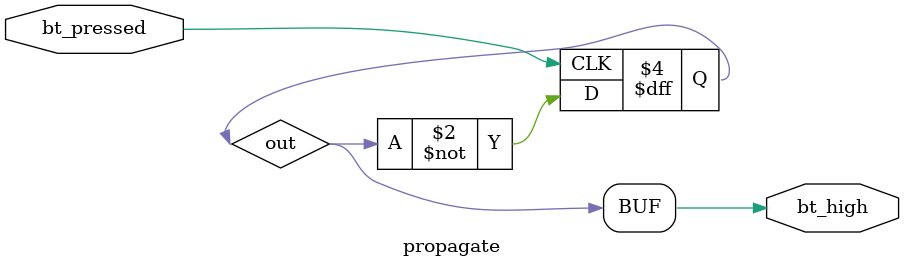
<source format=v>
module propagate(
	input bt_pressed,
	output bt_high
);

reg out;

initial begin
	out = 1'b0;
end

always @(posedge bt_pressed) begin
	out <= ~out;
end

assign bt_high = out;

endmodule

</source>
